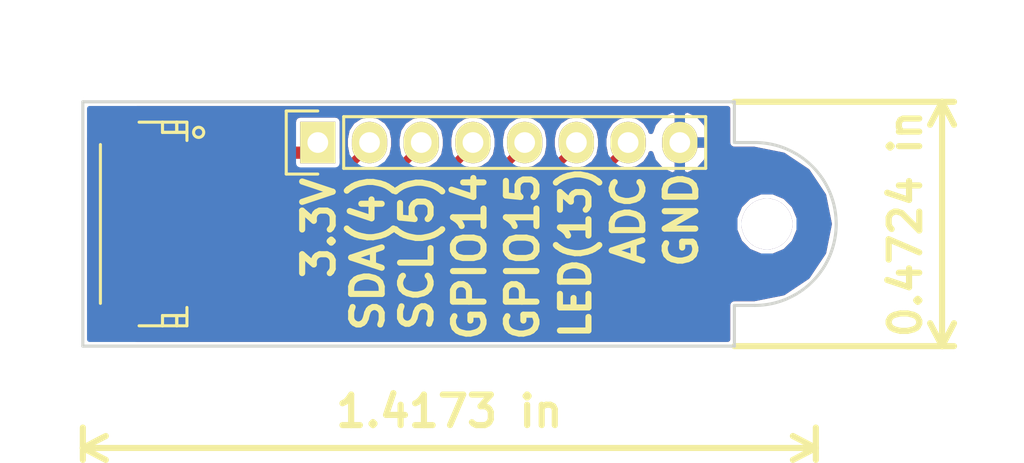
<source format=kicad_pcb>
(kicad_pcb (version 4) (host pcbnew 4.0.4-stable)

  (general
    (links 8)
    (no_connects 0)
    (area 129.924999 82.924999 167.075001 95.075001)
    (thickness 1.6)
    (drawings 18)
    (tracks 24)
    (zones 0)
    (modules 3)
    (nets 9)
  )

  (page A4)
  (layers
    (0 F.Cu signal)
    (31 B.Cu signal)
    (32 B.Adhes user)
    (33 F.Adhes user)
    (34 B.Paste user)
    (35 F.Paste user)
    (36 B.SilkS user)
    (37 F.SilkS user)
    (38 B.Mask user)
    (39 F.Mask user)
    (40 Dwgs.User user)
    (41 Cmts.User user)
    (42 Eco1.User user)
    (43 Eco2.User user)
    (44 Edge.Cuts user)
    (45 Margin user)
    (46 B.CrtYd user)
    (47 F.CrtYd user)
    (48 B.Fab user)
    (49 F.Fab user)
  )

  (setup
    (last_trace_width 0.6)
    (user_trace_width 0.2)
    (user_trace_width 0.4)
    (user_trace_width 0.6)
    (user_trace_width 0.8)
    (trace_clearance 0.2)
    (zone_clearance 0.13)
    (zone_45_only no)
    (trace_min 0.2)
    (segment_width 0.2)
    (edge_width 0.15)
    (via_size 0.6)
    (via_drill 0.4)
    (via_min_size 0.4)
    (via_min_drill 0.3)
    (uvia_size 0.3)
    (uvia_drill 0.1)
    (uvias_allowed no)
    (uvia_min_size 0.2)
    (uvia_min_drill 0.1)
    (pcb_text_width 0.3)
    (pcb_text_size 1.5 1.5)
    (mod_edge_width 0.15)
    (mod_text_size 1 1)
    (mod_text_width 0.15)
    (pad_size 1.524 1.524)
    (pad_drill 0.762)
    (pad_to_mask_clearance 0.2)
    (aux_axis_origin 0 0)
    (visible_elements FFFFFF7F)
    (pcbplotparams
      (layerselection 0x00030_80000001)
      (usegerberextensions false)
      (excludeedgelayer true)
      (linewidth 0.100000)
      (plotframeref false)
      (viasonmask false)
      (mode 1)
      (useauxorigin false)
      (hpglpennumber 1)
      (hpglpenspeed 20)
      (hpglpendiameter 15)
      (hpglpenoverlay 2)
      (psnegative false)
      (psa4output false)
      (plotreference true)
      (plotvalue true)
      (plotinvisibletext false)
      (padsonsilk false)
      (subtractmaskfromsilk false)
      (outputformat 1)
      (mirror false)
      (drillshape 1)
      (scaleselection 1)
      (outputdirectory ""))
  )

  (net 0 "")
  (net 1 +3V3)
  (net 2 /GPIO4)
  (net 3 /GPIO5)
  (net 4 /GPIO14)
  (net 5 /GPIO12)
  (net 6 /GPIO13)
  (net 7 /ADC)
  (net 8 GND)

  (net_class Default "This is the default net class."
    (clearance 0.2)
    (trace_width 0.25)
    (via_dia 0.6)
    (via_drill 0.4)
    (uvia_dia 0.3)
    (uvia_drill 0.1)
    (add_net +3V3)
    (add_net /ADC)
    (add_net /GPIO12)
    (add_net /GPIO13)
    (add_net /GPIO14)
    (add_net /GPIO4)
    (add_net /GPIO5)
    (add_net GND)
  )

  (module Connectors_JST_SH:Connectors_JST_SM08B-SRSS-TB (layer F.Cu) (tedit 58923001) (tstamp 58922FE6)
    (at 133.5 89 270)
    (descr "JST SH series connector, SM08B-SRSS-TB")
    (tags "connector jst sh")
    (path /589234FC)
    (attr smd)
    (fp_text reference P1 (at -3.5 -3.9375 270) (layer F.SilkS) hide
      (effects (font (size 1 1) (thickness 0.15)))
    )
    (fp_text value CONN_01X08 (at 0 4.2625 270) (layer F.Fab) hide
      (effects (font (size 1 1) (thickness 0.15)))
    )
    (fp_circle (center -4.5 -2.1875) (end -4.25 -2.1875) (layer F.SilkS) (width 0.15))
    (fp_line (start -3.9 2.6375) (end 3.9 2.6375) (layer F.SilkS) (width 0.15))
    (fp_line (start -5 0.7375) (end -5 -1.6125) (layer F.SilkS) (width 0.15))
    (fp_line (start -5 -1.6125) (end -4.1 -1.6125) (layer F.SilkS) (width 0.15))
    (fp_line (start -4.5 -1.6125) (end -4.5 -0.4125) (layer F.SilkS) (width 0.15))
    (fp_line (start -4.5 -0.4125) (end -4.5 -0.4125) (layer F.SilkS) (width 0.15))
    (fp_line (start -4.5 -0.4125) (end -4.5 -1.6125) (layer F.SilkS) (width 0.15))
    (fp_line (start -4.5 -1.6125) (end -4.5 -1.6125) (layer F.SilkS) (width 0.15))
    (fp_line (start -4.5 -1.1125) (end -4.5 -1.1125) (layer F.SilkS) (width 0.15))
    (fp_line (start -4.5 -1.1125) (end -5 -1.1125) (layer F.SilkS) (width 0.15))
    (fp_line (start -5 -1.1125) (end -5 -1.1125) (layer F.SilkS) (width 0.15))
    (fp_line (start -5 -1.1125) (end -4.5 -1.1125) (layer F.SilkS) (width 0.15))
    (fp_line (start -4.5 -0.4125) (end -4.5 -0.4125) (layer F.SilkS) (width 0.15))
    (fp_line (start -4.5 -0.4125) (end -5 -0.4125) (layer F.SilkS) (width 0.15))
    (fp_line (start -5 -0.4125) (end -5 -0.4125) (layer F.SilkS) (width 0.15))
    (fp_line (start -5 -0.4125) (end -4.5 -0.4125) (layer F.SilkS) (width 0.15))
    (fp_line (start 5 0.7375) (end 5 -1.6125) (layer F.SilkS) (width 0.15))
    (fp_line (start 5 -1.6125) (end 4.1 -1.6125) (layer F.SilkS) (width 0.15))
    (fp_line (start 4.5 -1.6125) (end 4.5 -0.4125) (layer F.SilkS) (width 0.15))
    (fp_line (start 4.5 -0.4125) (end 4.5 -0.4125) (layer F.SilkS) (width 0.15))
    (fp_line (start 4.5 -0.4125) (end 4.5 -1.6125) (layer F.SilkS) (width 0.15))
    (fp_line (start 4.5 -1.6125) (end 4.5 -1.6125) (layer F.SilkS) (width 0.15))
    (fp_line (start 4.5 -1.1125) (end 4.5 -1.1125) (layer F.SilkS) (width 0.15))
    (fp_line (start 4.5 -1.1125) (end 5 -1.1125) (layer F.SilkS) (width 0.15))
    (fp_line (start 5 -1.1125) (end 5 -1.1125) (layer F.SilkS) (width 0.15))
    (fp_line (start 5 -1.1125) (end 4.5 -1.1125) (layer F.SilkS) (width 0.15))
    (fp_line (start 4.5 -0.4125) (end 4.5 -0.4125) (layer F.SilkS) (width 0.15))
    (fp_line (start 4.5 -0.4125) (end 5 -0.4125) (layer F.SilkS) (width 0.15))
    (fp_line (start 5 -0.4125) (end 5 -0.4125) (layer F.SilkS) (width 0.15))
    (fp_line (start 5 -0.4125) (end 4.5 -0.4125) (layer F.SilkS) (width 0.15))
    (fp_line (start -5.9 3.35) (end -5.9 -3.25) (layer F.CrtYd) (width 0.05))
    (fp_line (start -5.9 -3.25) (end 5.9 -3.25) (layer F.CrtYd) (width 0.05))
    (fp_line (start 5.9 -3.25) (end 5.9 3.35) (layer F.CrtYd) (width 0.05))
    (fp_line (start 5.9 3.35) (end -5.9 3.35) (layer F.CrtYd) (width 0.05))
    (pad 1 smd rect (at -3.5 -1.9375 270) (size 0.6 1.55) (layers F.Cu F.Paste F.Mask)
      (net 1 +3V3))
    (pad 2 smd rect (at -2.5 -1.9375 270) (size 0.6 1.55) (layers F.Cu F.Paste F.Mask)
      (net 2 /GPIO4))
    (pad 3 smd rect (at -1.5 -1.9375 270) (size 0.6 1.55) (layers F.Cu F.Paste F.Mask)
      (net 3 /GPIO5))
    (pad 4 smd rect (at -0.5 -1.9375 270) (size 0.6 1.55) (layers F.Cu F.Paste F.Mask)
      (net 4 /GPIO14))
    (pad 5 smd rect (at 0.5 -1.9375 270) (size 0.6 1.55) (layers F.Cu F.Paste F.Mask)
      (net 5 /GPIO12))
    (pad 6 smd rect (at 1.5 -1.9375 270) (size 0.6 1.55) (layers F.Cu F.Paste F.Mask)
      (net 6 /GPIO13))
    (pad 7 smd rect (at 2.5 -1.9375 270) (size 0.6 1.55) (layers F.Cu F.Paste F.Mask)
      (net 7 /ADC))
    (pad 8 smd rect (at 3.5 -1.9375 270) (size 0.6 1.55) (layers F.Cu F.Paste F.Mask)
      (net 8 GND))
    (pad "" smd rect (at -4.8 1.9375 270) (size 1.2 1.8) (layers F.Cu F.Paste F.Mask))
    (pad "" smd rect (at 4.8 1.9375 270) (size 1.2 1.8) (layers F.Cu F.Paste F.Mask))
  )

  (module Pin_Headers:Pin_Header_Straight_1x08 (layer F.Cu) (tedit 58922F81) (tstamp 58922FFD)
    (at 141.54 85 90)
    (descr "Through hole pin header")
    (tags "pin header")
    (path /58923657)
    (fp_text reference P2 (at 0 -5.1 90) (layer F.SilkS) hide
      (effects (font (size 1 1) (thickness 0.15)))
    )
    (fp_text value CONN_01X08 (at 0 -3.1 90) (layer F.Fab) hide
      (effects (font (size 1 1) (thickness 0.15)))
    )
    (fp_line (start -1.75 -1.75) (end -1.75 19.55) (layer F.CrtYd) (width 0.05))
    (fp_line (start 1.75 -1.75) (end 1.75 19.55) (layer F.CrtYd) (width 0.05))
    (fp_line (start -1.75 -1.75) (end 1.75 -1.75) (layer F.CrtYd) (width 0.05))
    (fp_line (start -1.75 19.55) (end 1.75 19.55) (layer F.CrtYd) (width 0.05))
    (fp_line (start 1.27 1.27) (end 1.27 19.05) (layer F.SilkS) (width 0.15))
    (fp_line (start 1.27 19.05) (end -1.27 19.05) (layer F.SilkS) (width 0.15))
    (fp_line (start -1.27 19.05) (end -1.27 1.27) (layer F.SilkS) (width 0.15))
    (fp_line (start 1.55 -1.55) (end 1.55 0) (layer F.SilkS) (width 0.15))
    (fp_line (start 1.27 1.27) (end -1.27 1.27) (layer F.SilkS) (width 0.15))
    (fp_line (start -1.55 0) (end -1.55 -1.55) (layer F.SilkS) (width 0.15))
    (fp_line (start -1.55 -1.55) (end 1.55 -1.55) (layer F.SilkS) (width 0.15))
    (pad 1 thru_hole rect (at 0 0 90) (size 2.032 1.7272) (drill 1.016) (layers *.Cu *.Mask F.SilkS)
      (net 1 +3V3))
    (pad 2 thru_hole oval (at 0 2.54 90) (size 2.032 1.7272) (drill 1.016) (layers *.Cu *.Mask F.SilkS)
      (net 2 /GPIO4))
    (pad 3 thru_hole oval (at 0 5.08 90) (size 2.032 1.7272) (drill 1.016) (layers *.Cu *.Mask F.SilkS)
      (net 3 /GPIO5))
    (pad 4 thru_hole oval (at 0 7.62 90) (size 2.032 1.7272) (drill 1.016) (layers *.Cu *.Mask F.SilkS)
      (net 4 /GPIO14))
    (pad 5 thru_hole oval (at 0 10.16 90) (size 2.032 1.7272) (drill 1.016) (layers *.Cu *.Mask F.SilkS)
      (net 5 /GPIO12))
    (pad 6 thru_hole oval (at 0 12.7 90) (size 2.032 1.7272) (drill 1.016) (layers *.Cu *.Mask F.SilkS)
      (net 6 /GPIO13))
    (pad 7 thru_hole oval (at 0 15.24 90) (size 2.032 1.7272) (drill 1.016) (layers *.Cu *.Mask F.SilkS)
      (net 7 /ADC))
    (pad 8 thru_hole oval (at 0 17.78 90) (size 2.032 1.7272) (drill 1.016) (layers *.Cu *.Mask F.SilkS)
      (net 8 GND))
    (model Pin_Headers.3dshapes/Pin_Header_Straight_1x08.wrl
      (at (xyz 0 -0.35 0))
      (scale (xyz 1 1 1))
      (rotate (xyz 0 0 90))
    )
  )

  (module idlehands_footprints:MountingHole_2.5mm_NO (layer F.Cu) (tedit 58479E6A) (tstamp 58923ECD)
    (at 163.625 89)
    (descr "Mounting hole, Befestigungsbohrung, 3mm, No Annular, Kein Restring,")
    (tags "Mounting hole, Befestigungsbohrung, 3mm, No Annular, Kein Restring,")
    (fp_text reference REF** (at 0 -4.0005) (layer F.SilkS) hide
      (effects (font (size 0.5 0.5) (thickness 0.125)))
    )
    (fp_text value MountingHole_2.5mm (at 1.00076 5.00126) (layer F.Fab) hide
      (effects (font (size 0.5 0.5) (thickness 0.125)))
    )
    (pad 1 thru_hole circle (at -0.025 0) (size 2.5 2.5) (drill 2.5) (layers *.Cu))
  )

  (dimension 12 (width 0.3) (layer F.SilkS)
    (gr_text "12.000 mm" (at 173.55 89 90) (layer F.SilkS)
      (effects (font (size 1.5 1.5) (thickness 0.3)))
    )
    (feature1 (pts (xy 162 83) (xy 174.9 83)))
    (feature2 (pts (xy 162 95) (xy 174.9 95)))
    (crossbar (pts (xy 172.2 95) (xy 172.2 83)))
    (arrow1a (pts (xy 172.2 83) (xy 172.786421 84.126504)))
    (arrow1b (pts (xy 172.2 83) (xy 171.613579 84.126504)))
    (arrow2a (pts (xy 172.2 95) (xy 172.786421 93.873496)))
    (arrow2b (pts (xy 172.2 95) (xy 171.613579 93.873496)))
  )
  (dimension 36 (width 0.3) (layer F.SilkS)
    (gr_text "36.000 mm" (at 148 101.35) (layer F.SilkS)
      (effects (font (size 1.5 1.5) (thickness 0.3)))
    )
    (feature1 (pts (xy 166 99) (xy 166 102.7)))
    (feature2 (pts (xy 130 99) (xy 130 102.7)))
    (crossbar (pts (xy 130 100) (xy 166 100)))
    (arrow1a (pts (xy 166 100) (xy 164.873496 100.586421)))
    (arrow1b (pts (xy 166 100) (xy 164.873496 99.413579)))
    (arrow2a (pts (xy 130 100) (xy 131.126504 100.586421)))
    (arrow2b (pts (xy 130 100) (xy 131.126504 99.413579)))
  )
  (gr_text GND (at 159.4 88.8 90) (layer F.SilkS)
    (effects (font (size 1.5 1.5) (thickness 0.3)))
  )
  (gr_text ADC (at 156.8 88.8 90) (layer F.SilkS)
    (effects (font (size 1.5 1.5) (thickness 0.3)))
  )
  (gr_text "LED(13)" (at 154.2 90.4 90) (layer F.SilkS)
    (effects (font (size 1.4 1.4) (thickness 0.3)))
  )
  (gr_text GPIO15 (at 151.6 90.6 90) (layer F.SilkS)
    (effects (font (size 1.5 1.5) (thickness 0.3)))
  )
  (gr_text GPIO14 (at 149 90.6 90) (layer F.SilkS)
    (effects (font (size 1.5 1.5) (thickness 0.3)))
  )
  (gr_text "SCL(5)" (at 146.4 90.4 90) (layer F.SilkS)
    (effects (font (size 1.5 1.5) (thickness 0.3)))
  )
  (gr_text "SDA(4)\n" (at 144 90.4 90) (layer F.SilkS)
    (effects (font (size 1.5 1.5) (thickness 0.3)))
  )
  (gr_text "3.3V\n\n" (at 142.8 89.2 90) (layer F.SilkS)
    (effects (font (size 1.5 1.5) (thickness 0.3)))
  )
  (gr_line (start 162 93) (end 162 95) (layer Edge.Cuts) (width 0.15))
  (gr_line (start 163 93) (end 162 93) (layer Edge.Cuts) (width 0.15))
  (gr_line (start 162 85) (end 163 85) (layer Edge.Cuts) (width 0.15))
  (gr_line (start 162 83) (end 162 85) (layer Edge.Cuts) (width 0.15))
  (gr_arc (start 163 89) (end 163 85) (angle 180) (layer Edge.Cuts) (width 0.15))
  (gr_line (start 130 95) (end 130 83) (layer Edge.Cuts) (width 0.15))
  (gr_line (start 162 95) (end 130 95) (layer Edge.Cuts) (width 0.15))
  (gr_line (start 130 83) (end 162 83) (layer Edge.Cuts) (width 0.15))

  (segment (start 135.4375 85.5) (end 141.04 85.5) (width 0.6) (layer F.Cu) (net 1))
  (segment (start 141.04 85.5) (end 141.54 85) (width 0.6) (layer F.Cu) (net 1))
  (segment (start 135.4375 86.5) (end 142.7324 86.5) (width 0.4) (layer F.Cu) (net 2))
  (segment (start 142.7324 86.5) (end 144.08 85.1524) (width 0.4) (layer F.Cu) (net 2))
  (segment (start 144.08 85.1524) (end 144.08 85) (width 0.4) (layer F.Cu) (net 2))
  (segment (start 135.4375 87.5) (end 142.580942 87.5) (width 0.4) (layer F.Cu) (net 3))
  (segment (start 142.580942 87.5) (end 143.664932 86.41601) (width 0.4) (layer F.Cu) (net 3))
  (segment (start 143.664932 86.41601) (end 145.35639 86.41601) (width 0.4) (layer F.Cu) (net 3))
  (segment (start 145.35639 86.41601) (end 146.62 85.1524) (width 0.4) (layer F.Cu) (net 3))
  (segment (start 146.62 85.1524) (end 146.62 85) (width 0.4) (layer F.Cu) (net 3))
  (segment (start 135.4375 88.5) (end 142.429484 88.5) (width 0.4) (layer F.Cu) (net 4))
  (segment (start 142.429484 88.5) (end 143.913464 87.01602) (width 0.4) (layer F.Cu) (net 4))
  (segment (start 143.913464 87.01602) (end 147.29638 87.01602) (width 0.4) (layer F.Cu) (net 4))
  (segment (start 147.29638 87.01602) (end 149.16 85.1524) (width 0.4) (layer F.Cu) (net 4))
  (segment (start 149.16 85.1524) (end 149.16 85) (width 0.4) (layer F.Cu) (net 4))
  (segment (start 135.4375 89.5) (end 147.3524 89.5) (width 0.4) (layer F.Cu) (net 5))
  (segment (start 147.3524 89.5) (end 151.7 85.1524) (width 0.4) (layer F.Cu) (net 5))
  (segment (start 151.7 85.1524) (end 151.7 85) (width 0.4) (layer F.Cu) (net 5))
  (segment (start 135.4375 90.5) (end 148.8924 90.5) (width 0.4) (layer F.Cu) (net 6))
  (segment (start 148.8924 90.5) (end 154.24 85.1524) (width 0.4) (layer F.Cu) (net 6))
  (segment (start 154.24 85.1524) (end 154.24 85) (width 0.4) (layer F.Cu) (net 6))
  (segment (start 135.4375 91.5) (end 150.4324 91.5) (width 0.4) (layer F.Cu) (net 7))
  (segment (start 150.4324 91.5) (end 156.78 85.1524) (width 0.4) (layer F.Cu) (net 7))
  (segment (start 156.78 85.1524) (end 156.78 85) (width 0.4) (layer F.Cu) (net 7))

  (zone (net 8) (net_name GND) (layer F.Cu) (tstamp 0) (hatch edge 0.508)
    (connect_pads (clearance 0.13))
    (min_thickness 0.254)
    (fill yes (arc_segments 16) (thermal_gap 0.508) (thermal_bridge_width 0.508))
    (polygon
      (pts
        (xy 126 78) (xy 170 78) (xy 170 100) (xy 126 100)
      )
    )
    (filled_polygon
      (pts
        (xy 161.668 85) (xy 161.693272 85.127051) (xy 161.765241 85.234759) (xy 161.872949 85.306728) (xy 162 85.332)
        (xy 162.967299 85.332) (xy 164.401195 85.61722) (xy 165.589069 86.410933) (xy 166.38278 87.598805) (xy 166.661495 89)
        (xy 166.38278 90.401195) (xy 165.589069 91.589067) (xy 164.401195 92.38278) (xy 162.967299 92.668) (xy 162 92.668)
        (xy 161.872949 92.693272) (xy 161.765241 92.765241) (xy 161.693272 92.872949) (xy 161.668 93) (xy 161.668 94.668)
        (xy 132.649888 94.668) (xy 132.694974 94.638988) (xy 132.769638 94.529714) (xy 132.795906 94.4) (xy 132.795906 93.2)
        (xy 132.773105 93.078821) (xy 132.701488 92.967526) (xy 132.592214 92.892862) (xy 132.4625 92.866594) (xy 130.6625 92.866594)
        (xy 130.541321 92.889395) (xy 130.430026 92.961012) (xy 130.355362 93.070286) (xy 130.332 93.18565) (xy 130.332 92.78575)
        (xy 134.0275 92.78575) (xy 134.0275 92.926309) (xy 134.124173 93.159698) (xy 134.302801 93.338327) (xy 134.53619 93.435)
        (xy 135.15175 93.435) (xy 135.3105 93.27625) (xy 135.3105 92.627) (xy 135.5645 92.627) (xy 135.5645 93.27625)
        (xy 135.72325 93.435) (xy 136.33881 93.435) (xy 136.572199 93.338327) (xy 136.750827 93.159698) (xy 136.8475 92.926309)
        (xy 136.8475 92.78575) (xy 136.68875 92.627) (xy 135.5645 92.627) (xy 135.3105 92.627) (xy 134.18625 92.627)
        (xy 134.0275 92.78575) (xy 130.332 92.78575) (xy 130.332 92.073691) (xy 134.0275 92.073691) (xy 134.0275 92.21425)
        (xy 134.18625 92.373) (xy 135.3105 92.373) (xy 135.3105 92.353) (xy 135.5645 92.353) (xy 135.5645 92.373)
        (xy 136.68875 92.373) (xy 136.8475 92.21425) (xy 136.8475 92.073691) (xy 136.82816 92.027) (xy 150.4324 92.027)
        (xy 150.634075 91.986885) (xy 150.805045 91.872645) (xy 153.365382 89.312308) (xy 162.022727 89.312308) (xy 162.262305 89.892132)
        (xy 162.705535 90.336136) (xy 163.284939 90.576725) (xy 163.912308 90.577273) (xy 164.492132 90.337695) (xy 164.936136 89.894465)
        (xy 165.176725 89.315061) (xy 165.177273 88.687692) (xy 164.937695 88.107868) (xy 164.494465 87.663864) (xy 163.915061 87.423275)
        (xy 163.287692 87.422727) (xy 162.707868 87.662305) (xy 162.263864 88.105535) (xy 162.023275 88.684939) (xy 162.022727 89.312308)
        (xy 153.365382 89.312308) (xy 156.386626 86.291064) (xy 156.78 86.369311) (xy 157.235623 86.278682) (xy 157.621881 86.020592)
        (xy 157.879971 85.634334) (xy 157.898146 85.542961) (xy 158.028046 85.91432) (xy 158.417964 86.350732) (xy 158.945209 86.604709)
        (xy 158.960974 86.607358) (xy 159.193 86.486217) (xy 159.193 85.127) (xy 159.447 85.127) (xy 159.447 86.486217)
        (xy 159.679026 86.607358) (xy 159.694791 86.604709) (xy 160.222036 86.350732) (xy 160.611954 85.91432) (xy 160.805184 85.361913)
        (xy 160.660924 85.127) (xy 159.447 85.127) (xy 159.193 85.127) (xy 159.173 85.127) (xy 159.173 84.873)
        (xy 159.193 84.873) (xy 159.193 83.513783) (xy 159.447 83.513783) (xy 159.447 84.873) (xy 160.660924 84.873)
        (xy 160.805184 84.638087) (xy 160.611954 84.08568) (xy 160.222036 83.649268) (xy 159.694791 83.395291) (xy 159.679026 83.392642)
        (xy 159.447 83.513783) (xy 159.193 83.513783) (xy 158.960974 83.392642) (xy 158.945209 83.395291) (xy 158.417964 83.649268)
        (xy 158.028046 84.08568) (xy 157.898146 84.457039) (xy 157.879971 84.365666) (xy 157.621881 83.979408) (xy 157.235623 83.721318)
        (xy 156.78 83.630689) (xy 156.324377 83.721318) (xy 155.938119 83.979408) (xy 155.680029 84.365666) (xy 155.5894 84.821289)
        (xy 155.5894 85.178711) (xy 155.658916 85.528194) (xy 150.21411 90.973) (xy 149.114855 90.973) (xy 149.265045 90.872645)
        (xy 153.846627 86.291064) (xy 154.24 86.369311) (xy 154.695623 86.278682) (xy 155.081881 86.020592) (xy 155.339971 85.634334)
        (xy 155.4306 85.178711) (xy 155.4306 84.821289) (xy 155.339971 84.365666) (xy 155.081881 83.979408) (xy 154.695623 83.721318)
        (xy 154.24 83.630689) (xy 153.784377 83.721318) (xy 153.398119 83.979408) (xy 153.140029 84.365666) (xy 153.0494 84.821289)
        (xy 153.0494 85.178711) (xy 153.118916 85.528193) (xy 148.67411 89.973) (xy 147.574855 89.973) (xy 147.725045 89.872645)
        (xy 151.306626 86.291064) (xy 151.7 86.369311) (xy 152.155623 86.278682) (xy 152.541881 86.020592) (xy 152.799971 85.634334)
        (xy 152.8906 85.178711) (xy 152.8906 84.821289) (xy 152.799971 84.365666) (xy 152.541881 83.979408) (xy 152.155623 83.721318)
        (xy 151.7 83.630689) (xy 151.244377 83.721318) (xy 150.858119 83.979408) (xy 150.600029 84.365666) (xy 150.5094 84.821289)
        (xy 150.5094 85.178711) (xy 150.578916 85.528194) (xy 147.13411 88.973) (xy 142.651939 88.973) (xy 142.802129 88.872645)
        (xy 144.131755 87.54302) (xy 147.29638 87.54302) (xy 147.498055 87.502905) (xy 147.669025 87.388665) (xy 148.766626 86.291064)
        (xy 149.16 86.369311) (xy 149.615623 86.278682) (xy 150.001881 86.020592) (xy 150.259971 85.634334) (xy 150.3506 85.178711)
        (xy 150.3506 84.821289) (xy 150.259971 84.365666) (xy 150.001881 83.979408) (xy 149.615623 83.721318) (xy 149.16 83.630689)
        (xy 148.704377 83.721318) (xy 148.318119 83.979408) (xy 148.060029 84.365666) (xy 147.9694 84.821289) (xy 147.9694 85.178711)
        (xy 148.038916 85.528193) (xy 147.07809 86.48902) (xy 146.02867 86.48902) (xy 146.226626 86.291064) (xy 146.62 86.369311)
        (xy 147.075623 86.278682) (xy 147.461881 86.020592) (xy 147.719971 85.634334) (xy 147.8106 85.178711) (xy 147.8106 84.821289)
        (xy 147.719971 84.365666) (xy 147.461881 83.979408) (xy 147.075623 83.721318) (xy 146.62 83.630689) (xy 146.164377 83.721318)
        (xy 145.778119 83.979408) (xy 145.520029 84.365666) (xy 145.4294 84.821289) (xy 145.4294 85.178711) (xy 145.498916 85.528193)
        (xy 145.1381 85.88901) (xy 145.009802 85.88901) (xy 145.179971 85.634334) (xy 145.2706 85.178711) (xy 145.2706 84.821289)
        (xy 145.179971 84.365666) (xy 144.921881 83.979408) (xy 144.535623 83.721318) (xy 144.08 83.630689) (xy 143.624377 83.721318)
        (xy 143.238119 83.979408) (xy 142.980029 84.365666) (xy 142.8894 84.821289) (xy 142.8894 85.178711) (xy 142.958916 85.528194)
        (xy 142.737006 85.750104) (xy 142.737006 83.984) (xy 142.714205 83.862821) (xy 142.642588 83.751526) (xy 142.533314 83.676862)
        (xy 142.4036 83.650594) (xy 140.6764 83.650594) (xy 140.555221 83.673395) (xy 140.443926 83.745012) (xy 140.369262 83.854286)
        (xy 140.342994 83.984) (xy 140.342994 84.873) (xy 136.244133 84.873) (xy 136.2125 84.866594) (xy 134.6625 84.866594)
        (xy 134.541321 84.889395) (xy 134.430026 84.961012) (xy 134.355362 85.070286) (xy 134.329094 85.2) (xy 134.329094 85.8)
        (xy 134.351895 85.921179) (xy 134.402989 86.000581) (xy 134.355362 86.070286) (xy 134.329094 86.2) (xy 134.329094 86.8)
        (xy 134.351895 86.921179) (xy 134.402989 87.000581) (xy 134.355362 87.070286) (xy 134.329094 87.2) (xy 134.329094 87.8)
        (xy 134.351895 87.921179) (xy 134.402989 88.000581) (xy 134.355362 88.070286) (xy 134.329094 88.2) (xy 134.329094 88.8)
        (xy 134.351895 88.921179) (xy 134.402989 89.000581) (xy 134.355362 89.070286) (xy 134.329094 89.2) (xy 134.329094 89.8)
        (xy 134.351895 89.921179) (xy 134.402989 90.000581) (xy 134.355362 90.070286) (xy 134.329094 90.2) (xy 134.329094 90.8)
        (xy 134.351895 90.921179) (xy 134.402989 91.000581) (xy 134.355362 91.070286) (xy 134.329094 91.2) (xy 134.329094 91.650782)
        (xy 134.302801 91.661673) (xy 134.124173 91.840302) (xy 134.0275 92.073691) (xy 130.332 92.073691) (xy 130.332 84.815444)
        (xy 130.351895 84.921179) (xy 130.423512 85.032474) (xy 130.532786 85.107138) (xy 130.6625 85.133406) (xy 132.4625 85.133406)
        (xy 132.583679 85.110605) (xy 132.694974 85.038988) (xy 132.769638 84.929714) (xy 132.795906 84.8) (xy 132.795906 83.6)
        (xy 132.773105 83.478821) (xy 132.701488 83.367526) (xy 132.649494 83.332) (xy 161.668 83.332)
      )
    )
  )
  (zone (net 8) (net_name GND) (layer B.Cu) (tstamp 58923EE5) (hatch edge 0.508)
    (connect_pads (clearance 0.13))
    (min_thickness 0.254)
    (fill yes (arc_segments 16) (thermal_gap 0.508) (thermal_bridge_width 0.508))
    (polygon
      (pts
        (xy 125.931492 78) (xy 169.931492 78) (xy 169.931492 100) (xy 125.931492 100)
      )
    )
    (filled_polygon
      (pts
        (xy 161.668 85) (xy 161.693272 85.127051) (xy 161.765241 85.234759) (xy 161.872949 85.306728) (xy 162 85.332)
        (xy 162.967299 85.332) (xy 164.401195 85.61722) (xy 165.589069 86.410933) (xy 166.38278 87.598805) (xy 166.661495 89)
        (xy 166.38278 90.401195) (xy 165.589069 91.589067) (xy 164.401195 92.38278) (xy 162.967299 92.668) (xy 162 92.668)
        (xy 161.872949 92.693272) (xy 161.765241 92.765241) (xy 161.693272 92.872949) (xy 161.668 93) (xy 161.668 94.668)
        (xy 130.332 94.668) (xy 130.332 89.312308) (xy 162.022727 89.312308) (xy 162.262305 89.892132) (xy 162.705535 90.336136)
        (xy 163.284939 90.576725) (xy 163.912308 90.577273) (xy 164.492132 90.337695) (xy 164.936136 89.894465) (xy 165.176725 89.315061)
        (xy 165.177273 88.687692) (xy 164.937695 88.107868) (xy 164.494465 87.663864) (xy 163.915061 87.423275) (xy 163.287692 87.422727)
        (xy 162.707868 87.662305) (xy 162.263864 88.105535) (xy 162.023275 88.684939) (xy 162.022727 89.312308) (xy 130.332 89.312308)
        (xy 130.332 83.984) (xy 140.342994 83.984) (xy 140.342994 86.016) (xy 140.365795 86.137179) (xy 140.437412 86.248474)
        (xy 140.546686 86.323138) (xy 140.6764 86.349406) (xy 142.4036 86.349406) (xy 142.524779 86.326605) (xy 142.636074 86.254988)
        (xy 142.710738 86.145714) (xy 142.737006 86.016) (xy 142.737006 84.821289) (xy 142.8894 84.821289) (xy 142.8894 85.178711)
        (xy 142.980029 85.634334) (xy 143.238119 86.020592) (xy 143.624377 86.278682) (xy 144.08 86.369311) (xy 144.535623 86.278682)
        (xy 144.921881 86.020592) (xy 145.179971 85.634334) (xy 145.2706 85.178711) (xy 145.2706 84.821289) (xy 145.4294 84.821289)
        (xy 145.4294 85.178711) (xy 145.520029 85.634334) (xy 145.778119 86.020592) (xy 146.164377 86.278682) (xy 146.62 86.369311)
        (xy 147.075623 86.278682) (xy 147.461881 86.020592) (xy 147.719971 85.634334) (xy 147.8106 85.178711) (xy 147.8106 84.821289)
        (xy 147.9694 84.821289) (xy 147.9694 85.178711) (xy 148.060029 85.634334) (xy 148.318119 86.020592) (xy 148.704377 86.278682)
        (xy 149.16 86.369311) (xy 149.615623 86.278682) (xy 150.001881 86.020592) (xy 150.259971 85.634334) (xy 150.3506 85.178711)
        (xy 150.3506 84.821289) (xy 150.5094 84.821289) (xy 150.5094 85.178711) (xy 150.600029 85.634334) (xy 150.858119 86.020592)
        (xy 151.244377 86.278682) (xy 151.7 86.369311) (xy 152.155623 86.278682) (xy 152.541881 86.020592) (xy 152.799971 85.634334)
        (xy 152.8906 85.178711) (xy 152.8906 84.821289) (xy 153.0494 84.821289) (xy 153.0494 85.178711) (xy 153.140029 85.634334)
        (xy 153.398119 86.020592) (xy 153.784377 86.278682) (xy 154.24 86.369311) (xy 154.695623 86.278682) (xy 155.081881 86.020592)
        (xy 155.339971 85.634334) (xy 155.4306 85.178711) (xy 155.4306 84.821289) (xy 155.5894 84.821289) (xy 155.5894 85.178711)
        (xy 155.680029 85.634334) (xy 155.938119 86.020592) (xy 156.324377 86.278682) (xy 156.78 86.369311) (xy 157.235623 86.278682)
        (xy 157.621881 86.020592) (xy 157.879971 85.634334) (xy 157.898146 85.542961) (xy 158.028046 85.91432) (xy 158.417964 86.350732)
        (xy 158.945209 86.604709) (xy 158.960974 86.607358) (xy 159.193 86.486217) (xy 159.193 85.127) (xy 159.447 85.127)
        (xy 159.447 86.486217) (xy 159.679026 86.607358) (xy 159.694791 86.604709) (xy 160.222036 86.350732) (xy 160.611954 85.91432)
        (xy 160.805184 85.361913) (xy 160.660924 85.127) (xy 159.447 85.127) (xy 159.193 85.127) (xy 159.173 85.127)
        (xy 159.173 84.873) (xy 159.193 84.873) (xy 159.193 83.513783) (xy 159.447 83.513783) (xy 159.447 84.873)
        (xy 160.660924 84.873) (xy 160.805184 84.638087) (xy 160.611954 84.08568) (xy 160.222036 83.649268) (xy 159.694791 83.395291)
        (xy 159.679026 83.392642) (xy 159.447 83.513783) (xy 159.193 83.513783) (xy 158.960974 83.392642) (xy 158.945209 83.395291)
        (xy 158.417964 83.649268) (xy 158.028046 84.08568) (xy 157.898146 84.457039) (xy 157.879971 84.365666) (xy 157.621881 83.979408)
        (xy 157.235623 83.721318) (xy 156.78 83.630689) (xy 156.324377 83.721318) (xy 155.938119 83.979408) (xy 155.680029 84.365666)
        (xy 155.5894 84.821289) (xy 155.4306 84.821289) (xy 155.339971 84.365666) (xy 155.081881 83.979408) (xy 154.695623 83.721318)
        (xy 154.24 83.630689) (xy 153.784377 83.721318) (xy 153.398119 83.979408) (xy 153.140029 84.365666) (xy 153.0494 84.821289)
        (xy 152.8906 84.821289) (xy 152.799971 84.365666) (xy 152.541881 83.979408) (xy 152.155623 83.721318) (xy 151.7 83.630689)
        (xy 151.244377 83.721318) (xy 150.858119 83.979408) (xy 150.600029 84.365666) (xy 150.5094 84.821289) (xy 150.3506 84.821289)
        (xy 150.259971 84.365666) (xy 150.001881 83.979408) (xy 149.615623 83.721318) (xy 149.16 83.630689) (xy 148.704377 83.721318)
        (xy 148.318119 83.979408) (xy 148.060029 84.365666) (xy 147.9694 84.821289) (xy 147.8106 84.821289) (xy 147.719971 84.365666)
        (xy 147.461881 83.979408) (xy 147.075623 83.721318) (xy 146.62 83.630689) (xy 146.164377 83.721318) (xy 145.778119 83.979408)
        (xy 145.520029 84.365666) (xy 145.4294 84.821289) (xy 145.2706 84.821289) (xy 145.179971 84.365666) (xy 144.921881 83.979408)
        (xy 144.535623 83.721318) (xy 144.08 83.630689) (xy 143.624377 83.721318) (xy 143.238119 83.979408) (xy 142.980029 84.365666)
        (xy 142.8894 84.821289) (xy 142.737006 84.821289) (xy 142.737006 83.984) (xy 142.714205 83.862821) (xy 142.642588 83.751526)
        (xy 142.533314 83.676862) (xy 142.4036 83.650594) (xy 140.6764 83.650594) (xy 140.555221 83.673395) (xy 140.443926 83.745012)
        (xy 140.369262 83.854286) (xy 140.342994 83.984) (xy 130.332 83.984) (xy 130.332 83.332) (xy 161.668 83.332)
      )
    )
  )
)

</source>
